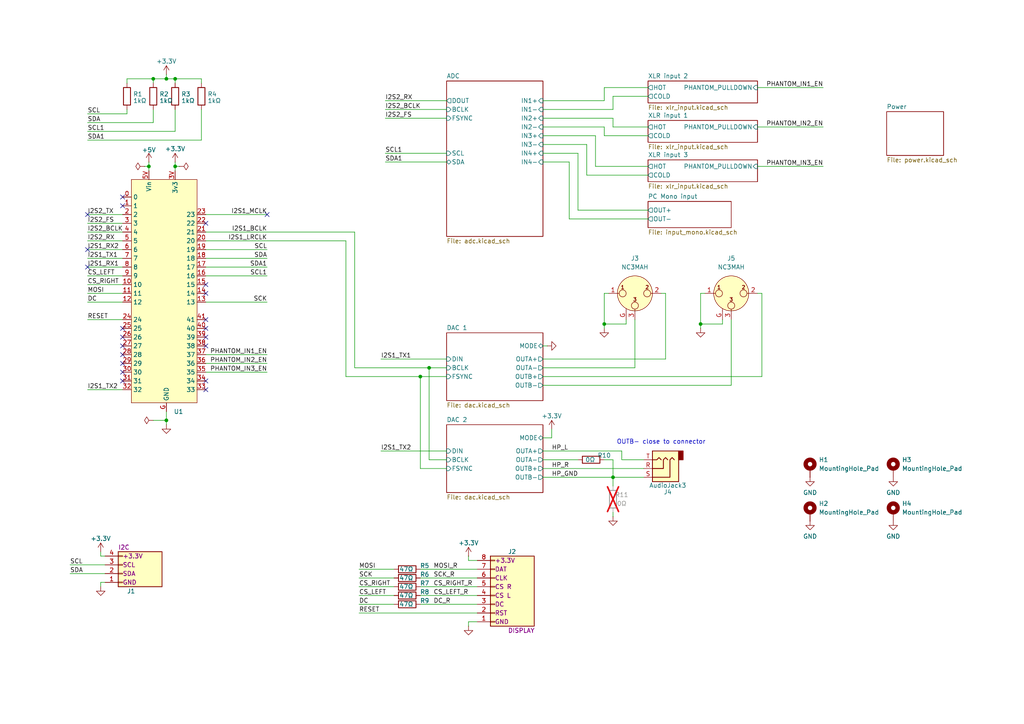
<source format=kicad_sch>
(kicad_sch (version 20250114) (generator "eeschema") (generator_version "9.0")
  (paper "A4")
  (title_block (title "FOSDEM audio V2") (rev "1") (comment 1 "3 balanced inputs, 2 balanced outputs, 1 mono line-in") (comment 3 "FOSDEM audio interface"))
  (lib_symbols
    (symbol "Connector_Audio:AudioJack3"
      (property "Reference" "J" (at 0 8.89 0))
      (property "Value" "AudioJack3" (at 0 6.35 0))
      (symbol "AudioJack3_0_1"
        (rectangle (start -5.08 -5.08) (end -6.35 -2.54) (stroke (width 0.254)) (fill (type outline)))
        (polyline (pts (xy -1.905 -2.54) (xy -1.27 -3.175) (xy -0.635 -2.54) (xy -0.635 0) (xy 2.54 0)) (stroke (width 0.254)))
        (polyline (pts (xy 0 -2.54) (xy 0.635 -3.175) (xy 1.27 -2.54) (xy 2.54 -2.54)) (stroke (width 0.254)))
        (rectangle (start 2.54 3.81) (end -5.08 -5.08) (stroke (width 0.254)) (fill (type background)))
        (polyline (pts (xy 2.54 2.54) (xy -2.54 2.54) (xy -2.54 -2.54) (xy -3.175 -3.175) (xy -3.81 -2.54)) (stroke (width 0.254)))
      )
      (symbol "AudioJack3_1_1"
        (pin passive line (at 5.08 2.54 180) (length 2.54) (name "~") (number "S"))
        (pin passive line (at 5.08 0 180) (length 2.54) (name "~") (number "R"))
        (pin passive line (at 5.08 -2.54 180) (length 2.54) (name "~") (number "T"))
      )
    )
    (symbol "Connector_Audio:NC3FAAH2" (pin_names (hide yes))
      (property "Reference" "J" (at 0 8.89 0))
      (property "Value" "NC3FAAH2" (at 0 6.35 0))
      (symbol "NC3FAAH2_0_1"
        (polyline (pts (xy -5.08 0) (xy -4.572 0)))
        (circle (center -3.556 0) (radius 1.016))
        (polyline (pts (xy -2.54 -5.08) (xy -2.54 -4.445)))
        (circle (center 0 0) (radius 5.08) (fill (type background)))
        (circle (center 0 -3.556) (radius 1.016))
        (polyline (pts (xy 0 -5.08) (xy 0 -4.572)))
        (circle (center 3.556 0) (radius 1.016))
        (polyline (pts (xy 5.08 0) (xy 4.572 0)))
        (text "1" (at -3.556 1.778 0) (effects (font (size 1.016 1.016) (bold yes))))
        (text "3" (at 0 -1.778 0) (effects (font (size 1.016 1.016) (bold yes))))
        (text "2" (at 3.556 1.778 0) (effects (font (size 1.016 1.016) (bold yes))))
        (pin passive line (at -7.62 0 0) (length 2.54) (name "~") (number "1"))
        (pin passive line (at 0 -7.62 90) (length 2.54) (name "~") (number "3"))
        (pin passive line (at 7.62 0 180) (length 2.54) (name "~") (number "2"))
      )
      (symbol "NC3FAAH2_1_1"
        (pin passive line (at -2.54 -7.62 90) (length 2.54) (name "~") (number "G"))
      )
    )
    (symbol "Device:R" (pin_numbers (hide yes)) (pin_names (offset 0))
      (property "Reference" "R" (at 2.032 0 90))
      (property "Value" "R" (at 0 0 90))
      (symbol "R_0_1"
        (rectangle (start -1.016 -2.54) (end 1.016 2.54) (stroke (width 0.254)))
      )
      (symbol "R_1_1"
        (pin passive line (at 0 3.81 270) (length 1.27) (name "~") (number "1"))
        (pin passive line (at 0 -3.81 90) (length 1.27) (name "~") (number "2"))
      )
    )
    (symbol "Mechanical:MountingHole_Pad" (pin_numbers (hide yes)) (pin_names (offset 1.016) (hide yes)) (in_bom no)
      (property "Reference" "H" (at 0 6.35 0))
      (property "Value" "MountingHole_Pad" (at 0 4.445 0))
      (symbol "MountingHole_Pad_0_1"
        (circle (center 0 1.27) (radius 1.27) (stroke (width 1.27)))
      )
      (symbol "MountingHole_Pad_1_1"
        (pin input line (at 0 -2.54 90) (length 2.54) (name "1") (number "1"))
      )
    )
    (symbol "conn:Conn_01x04" (pin_names (offset 1.016) (hide yes))
      (property "Reference" "J" (at 0 5.08 0))
      (property "Purpose Pin1" "PIN 1" (at 0 2.54 0))
      (property "Purpose Pin2" "PIN 2" (at 0 -2.54 0))
      (property "Purpose Pin3" "PIN 3" (at 0 0 0))
      (property "Purpose Pin4" "PIN 4" (at 0 -5.08 0))
      (property "Purpose" "Header" (at 7.62 5.08 0))
      (symbol "Conn_01x04_1_1"
        (rectangle (start -1.27 3.81) (end 11.43 -6.35) (stroke (width 0.254)) (fill (type background)))
        (rectangle (start -1.27 2.667) (end 0 2.413) (stroke (width 0.1524)))
        (rectangle (start -1.27 0.127) (end 0 -0.127) (stroke (width 0.1524)))
        (rectangle (start -1.27 -2.413) (end 0 -2.667) (stroke (width 0.1524)))
        (rectangle (start -1.27 -4.953) (end 0 -5.207) (stroke (width 0.1524)))
        (pin passive line (at -5.08 2.54 0) (length 3.81) (name "Pin_1") (number "1"))
        (pin passive line (at -5.08 0 0) (length 3.81) (name "Pin_2") (number "2"))
        (pin passive line (at -5.08 -2.54 0) (length 3.81) (name "Pin_3") (number "3"))
        (pin passive line (at -5.08 -5.08 0) (length 3.81) (name "Pin_4") (number "4"))
      )
    )
    (symbol "conn:Conn_01x08" (pin_names (offset 1.016) (hide yes))
      (property "Reference" "J" (at 0 5.08 0))
      (property "Purpose Pin1" "PIN 1" (at 0 2.54 0))
      (property "Purpose Pin2" "PIN 2" (at 0 0 0))
      (property "Purpose Pin3" "PIN 3" (at 0 -2.54 0))
      (property "Purpose Pin4" "PIN 4" (at 0 -5.08 0))
      (property "Purpose Pin5" "PIN 5" (at 0 -7.62 0))
      (property "Purpose Pin6" "PIN 6" (at 0 -10.16 0))
      (property "Purpose Pin7" "PIN 7" (at 0 -12.7 0))
      (property "Purpose Pin8" "PIN 8" (at 0 -15.24 0))
      (property "Purpose" "Header" (at 7.62 5.08 0))
      (symbol "Conn_01x08_1_1"
        (rectangle (start -1.27 3.81) (end 11.43 -16.51) (stroke (width 0.254)) (fill (type background)))
        (rectangle (start -1.27 2.667) (end 0 2.413) (stroke (width 0.1524)))
        (rectangle (start -1.27 0.127) (end 0 -0.127) (stroke (width 0.1524)))
        (rectangle (start -1.27 -2.413) (end 0 -2.667) (stroke (width 0.1524)))
        (rectangle (start -1.27 -4.953) (end 0 -5.207) (stroke (width 0.1524)))
        (rectangle (start -1.27 -7.493) (end 0 -7.747) (stroke (width 0.1524)))
        (rectangle (start -1.27 -10.033) (end 0 -10.287) (stroke (width 0.1524)))
        (rectangle (start -1.27 -12.573) (end 0 -12.827) (stroke (width 0.1524)))
        (rectangle (start -1.27 -15.113) (end 0 -15.367) (stroke (width 0.1524)))
        (pin passive line (at -5.08 2.54 0) (length 3.81) (name "Pin_1") (number "1"))
        (pin passive line (at -5.08 0 0) (length 3.81) (name "Pin_2") (number "2"))
        (pin passive line (at -5.08 -2.54 0) (length 3.81) (name "Pin_3") (number "3"))
        (pin passive line (at -5.08 -5.08 0) (length 3.81) (name "Pin_4") (number "4"))
        (pin passive line (at -5.08 -7.62 0) (length 3.81) (name "Pin_5") (number "5"))
        (pin passive line (at -5.08 -10.16 0) (length 3.81) (name "Pin_6") (number "6"))
        (pin passive line (at -5.08 -12.7 0) (length 3.81) (name "Pin_7") (number "7"))
        (pin passive line (at -5.08 -15.24 0) (length 3.81) (name "Pin_8") (number "8"))
      )
    )
    (symbol "extra:Teensy41"
      (property "Reference" "U4" (at 4.4959 -0.3081 0))
      (property "Value" "~" (at 0 0 0))
      (symbol "Teensy41_1_1"
        (rectangle (start -10.16 -1.27) (end 8.89 -66.04) (fill (type background)))
        (pin bidirectional line (at -12.7 -6.35 0) (length 2.54) (name "0") (number "0"))
        (pin bidirectional line (at -12.7 -8.89 0) (length 2.54) (name "1") (number "1"))
        (pin bidirectional line (at -12.7 -11.43 0) (length 2.54) (name "2") (number "2"))
        (pin bidirectional line (at -12.7 -13.97 0) (length 2.54) (name "3") (number "3"))
        (pin bidirectional line (at -12.7 -16.51 0) (length 2.54) (name "4") (number "4"))
        (pin bidirectional line (at -12.7 -19.05 0) (length 2.54) (name "5") (number "5"))
        (pin bidirectional line (at -12.7 -21.59 0) (length 2.54) (name "6") (number "6"))
        (pin bidirectional line (at -12.7 -24.13 0) (length 2.54) (name "7") (number "7"))
        (pin bidirectional line (at -12.7 -26.67 0) (length 2.54) (name "8") (number "8"))
        (pin bidirectional line (at -12.7 -29.21 0) (length 2.54) (name "9") (number "9"))
        (pin bidirectional line (at -12.7 -31.75 0) (length 2.54) (name "10") (number "10"))
        (pin bidirectional line (at -12.7 -34.29 0) (length 2.54) (name "11") (number "11"))
        (pin bidirectional line (at -12.7 -36.83 0) (length 2.54) (name "12") (number "12"))
        (pin bidirectional line (at -12.7 -41.91 0) (length 2.54) (name "24") (number "24"))
        (pin bidirectional line (at -12.7 -44.45 0) (length 2.54) (name "25") (number "25"))
        (pin bidirectional line (at -12.7 -46.99 0) (length 2.54) (name "26") (number "26"))
        (pin bidirectional line (at -12.7 -49.53 0) (length 2.54) (name "27") (number "27"))
        (pin bidirectional line (at -12.7 -52.07 0) (length 2.54) (name "28") (number "28"))
        (pin bidirectional line (at -12.7 -54.61 0) (length 2.54) (name "29") (number "29"))
        (pin bidirectional line (at -12.7 -57.15 0) (length 2.54) (name "30") (number "30"))
        (pin bidirectional line (at -12.7 -59.69 0) (length 2.54) (name "31") (number "31"))
        (pin bidirectional line (at -12.7 -62.23 0) (length 2.54) (name "32") (number "32"))
        (pin power_in line (at -5.08 1.27 270) (length 2.54) (name "Vin") (number "5V"))
        (pin power_in line (at 0 -68.58 90) (length 2.54) (name "GND") (number "G"))
        (pin power_in line (at 2.54 1.27 270) (length 2.54) (name "3v3") (number "3V"))
        (pin bidirectional line (at 11.43 -11.43 180) (length 2.54) (name "23") (number "23"))
        (pin bidirectional line (at 11.43 -13.97 180) (length 2.54) (name "22") (number "22"))
        (pin bidirectional line (at 11.43 -16.51 180) (length 2.54) (name "21") (number "21"))
        (pin bidirectional line (at 11.43 -19.05 180) (length 2.54) (name "20") (number "20"))
        (pin bidirectional line (at 11.43 -21.59 180) (length 2.54) (name "19") (number "19"))
        (pin bidirectional line (at 11.43 -24.13 180) (length 2.54) (name "18") (number "18"))
        (pin bidirectional line (at 11.43 -26.67 180) (length 2.54) (name "17") (number "17"))
        (pin bidirectional line (at 11.43 -29.21 180) (length 2.54) (name "16") (number "16"))
        (pin bidirectional line (at 11.43 -31.75 180) (length 2.54) (name "15") (number "15"))
        (pin bidirectional line (at 11.43 -34.29 180) (length 2.54) (name "14") (number "14"))
        (pin bidirectional line (at 11.43 -36.83 180) (length 2.54) (name "13") (number "13"))
        (pin bidirectional line (at 11.43 -41.91 180) (length 2.54) (name "41") (number "41"))
        (pin bidirectional line (at 11.43 -44.45 180) (length 2.54) (name "40") (number "40"))
        (pin bidirectional line (at 11.43 -46.99 180) (length 2.54) (name "39") (number "39"))
        (pin bidirectional line (at 11.43 -49.53 180) (length 2.54) (name "38") (number "38"))
        (pin bidirectional line (at 11.43 -52.07 180) (length 2.54) (name "37") (number "37"))
        (pin bidirectional line (at 11.43 -54.61 180) (length 2.54) (name "36") (number "36"))
        (pin bidirectional line (at 11.43 -57.15 180) (length 2.54) (name "35") (number "35"))
        (pin bidirectional line (at 11.43 -59.69 180) (length 2.54) (name "34") (number "34"))
        (pin bidirectional line (at 11.43 -62.23 180) (length 2.54) (name "33") (number "33"))
      )
    )
    (symbol "power:+3.3V" (power) (pin_numbers (hide yes)) (pin_names (offset 0) (hide yes))
      (property "Value" "+3.3V" (at 0 3.556 0))
      (symbol "+3.3V_0_1"
        (polyline (pts (xy -0.762 1.27) (xy 0 2.54)))
        (polyline (pts (xy 0 2.54) (xy 0.762 1.27)))
        (polyline (pts (xy 0 0) (xy 0 2.54)))
      )
      (symbol "+3.3V_1_1"
        (pin power_in line (at 0 0 90) (length 0) (name "~") (number "1"))
      )
    )
    (symbol "power:+5V" (power) (pin_numbers (hide yes)) (pin_names (offset 0) (hide yes))
      (property "Value" "+5V" (at 0 3.556 0))
      (symbol "+5V_0_1"
        (polyline (pts (xy -0.762 1.27) (xy 0 2.54)))
        (polyline (pts (xy 0 2.54) (xy 0.762 1.27)))
        (polyline (pts (xy 0 0) (xy 0 2.54)))
      )
      (symbol "+5V_1_1"
        (pin power_in line (at 0 0 90) (length 0) (name "~") (number "1"))
      )
    )
    (symbol "power:GND" (power) (pin_numbers (hide yes)) (pin_names (offset 0) (hide yes))
      (property "Value" "GND" (at 0 -3.81 0))
      (symbol "GND_0_1"
        (polyline (pts (xy 0 0) (xy 0 -1.27) (xy 1.27 -1.27) (xy 0 -2.54) (xy -1.27 -1.27) (xy 0 -1.27)))
      )
      (symbol "GND_1_1"
        (pin power_in line (at 0 0 270) (length 0) (name "~") (number "1"))
      )
    )
    (symbol "power:PWR_FLAG" (power) (pin_numbers (hide yes)) (pin_names (offset 0) (hide yes))
      (property "Value" "PWR_FLAG" (at 0 3.81 0))
      (symbol "PWR_FLAG_0_0"
        (pin power_out line (at 0 0 90) (length 0) (name "~") (number "1"))
      )
      (symbol "PWR_FLAG_0_1"
        (polyline (pts (xy 0 0) (xy 0 1.27) (xy -1.016 1.905) (xy 0 2.54) (xy 1.016 1.905) (xy 0 1.27)))
      )
    )
  )
  (text "OUTB- close to connector" (at 191.77 128.27 0) (effects (font (size 1.27 1.27))))
  (junction (at 43.18 48.26))
  (junction (at 48.26 22.86))
  (junction (at 121.92 109.22))
  (junction (at 203.2 93.98))
  (junction (at 50.8 48.26))
  (junction (at 44.45 22.86))
  (junction (at 177.8 138.43))
  (junction (at 175.26 93.98))
  (junction (at 50.8 22.86))
  (junction (at 124.46 106.68))
  (junction (at 48.26 121.92))
  (no_connect (at 35.56 110.49))
  (no_connect (at 59.69 97.79))
  (no_connect (at 35.56 97.79))
  (no_connect (at 35.56 59.69))
  (no_connect (at 25.4 62.23))
  (no_connect (at 35.56 105.41))
  (no_connect (at 59.69 100.33))
  (no_connect (at 59.69 82.55))
  (no_connect (at 25.4 72.39))
  (no_connect (at 59.69 110.49))
  (no_connect (at 35.56 57.15))
  (no_connect (at 35.56 100.33))
  (no_connect (at 35.56 95.25))
  (no_connect (at 59.69 64.77))
  (no_connect (at 77.47 62.23))
  (no_connect (at 59.69 113.03))
  (no_connect (at 59.69 92.71))
  (no_connect (at 35.56 107.95))
  (no_connect (at 59.69 95.25))
  (no_connect (at 59.69 85.09))
  (no_connect (at 35.56 102.87))
  (no_connect (at 25.4 77.47))
  (wire (pts (xy 181.61 92.71) (xy 181.61 93.98)))
  (wire (pts (xy 121.92 170.18) (xy 138.43 170.18)))
  (wire (pts (xy 170.18 50.8) (xy 170.18 41.91)))
  (wire (pts (xy 25.4 67.31) (xy 35.56 67.31)))
  (wire (pts (xy 104.14 172.72) (xy 114.3 172.72)))
  (wire (pts (xy 20.32 163.83) (xy 30.48 163.83)))
  (wire (pts (xy 177.8 31.75) (xy 177.8 27.94)))
  (wire (pts (xy 104.14 170.18) (xy 114.3 170.18)))
  (wire (pts (xy 25.4 35.56) (xy 44.45 35.56)))
  (wire (pts (xy 36.83 24.13) (xy 36.83 22.86)))
  (wire (pts (xy 25.4 38.1) (xy 50.8 38.1)))
  (wire (pts (xy 181.61 93.98) (xy 175.26 93.98)))
  (wire (pts (xy 175.26 133.35) (xy 177.8 133.35)))
  (wire (pts (xy 219.71 48.26) (xy 238.76 48.26)))
  (wire (pts (xy 157.48 106.68) (xy 184.15 106.68)))
  (wire (pts (xy 25.4 92.71) (xy 35.56 92.71)))
  (wire (pts (xy 187.96 50.8) (xy 170.18 50.8)))
  (wire (pts (xy 29.21 160.02) (xy 29.21 161.29)))
  (wire (pts (xy 25.4 77.47) (xy 35.56 77.47)))
  (wire (pts (xy 220.98 109.22) (xy 220.98 85.09)))
  (wire (pts (xy 180.34 133.35) (xy 186.69 133.35)))
  (wire (pts (xy 50.8 46.99) (xy 50.8 48.26)))
  (wire (pts (xy 172.72 48.26) (xy 187.96 48.26)))
  (wire (pts (xy 177.8 27.94) (xy 187.96 27.94)))
  (wire (pts (xy 59.69 107.95) (xy 77.47 107.95)))
  (wire (pts (xy 50.8 48.26) (xy 50.8 49.53)))
  (wire (pts (xy 111.76 46.99) (xy 129.54 46.99)))
  (wire (pts (xy 111.76 44.45) (xy 129.54 44.45)))
  (wire (pts (xy 175.26 93.98) (xy 175.26 95.25)))
  (wire (pts (xy 160.02 127) (xy 160.02 124.46)))
  (wire (pts (xy 220.98 85.09) (xy 219.71 85.09)))
  (wire (pts (xy 25.4 87.63) (xy 35.56 87.63)))
  (wire (pts (xy 157.48 46.99) (xy 165.1 46.99)))
  (wire (pts (xy 193.04 104.14) (xy 193.04 85.09)))
  (wire (pts (xy 59.69 67.31) (xy 102.87 67.31)))
  (wire (pts (xy 175.26 93.98) (xy 175.26 85.09)))
  (wire (pts (xy 175.26 39.37) (xy 187.96 39.37)))
  (wire (pts (xy 104.14 175.26) (xy 114.3 175.26)))
  (wire (pts (xy 177.8 138.43) (xy 186.69 138.43)))
  (wire (pts (xy 135.89 180.34) (xy 135.89 181.61)))
  (wire (pts (xy 157.48 100.33) (xy 158.75 100.33)))
  (wire (pts (xy 135.89 180.34) (xy 138.43 180.34)))
  (wire (pts (xy 177.8 148.59) (xy 177.8 149.86)))
  (wire (pts (xy 25.4 80.01) (xy 35.56 80.01)))
  (wire (pts (xy 59.69 72.39) (xy 77.47 72.39)))
  (wire (pts (xy 25.4 82.55) (xy 35.56 82.55)))
  (wire (pts (xy 219.71 25.4) (xy 238.76 25.4)))
  (wire (pts (xy 219.71 36.83) (xy 238.76 36.83)))
  (wire (pts (xy 25.4 40.64) (xy 58.42 40.64)))
  (wire (pts (xy 193.04 85.09) (xy 191.77 85.09)))
  (wire (pts (xy 29.21 168.91) (xy 29.21 170.18)))
  (wire (pts (xy 124.46 106.68) (xy 129.54 106.68)))
  (wire (pts (xy 111.76 29.21) (xy 129.54 29.21)))
  (wire (pts (xy 157.48 133.35) (xy 167.64 133.35)))
  (wire (pts (xy 177.8 34.29) (xy 177.8 36.83)))
  (wire (pts (xy 25.4 72.39) (xy 35.56 72.39)))
  (wire (pts (xy 48.26 121.92) (xy 48.26 123.19)))
  (wire (pts (xy 157.48 44.45) (xy 167.64 44.45)))
  (wire (pts (xy 121.92 167.64) (xy 138.43 167.64)))
  (wire (pts (xy 25.4 33.02) (xy 36.83 33.02)))
  (wire (pts (xy 157.48 29.21) (xy 175.26 29.21)))
  (wire (pts (xy 157.48 109.22) (xy 220.98 109.22)))
  (wire (pts (xy 167.64 60.96) (xy 187.96 60.96)))
  (wire (pts (xy 212.09 111.76) (xy 212.09 92.71)))
  (wire (pts (xy 135.89 162.56) (xy 138.43 162.56)))
  (wire (pts (xy 121.92 109.22) (xy 121.92 135.89)))
  (wire (pts (xy 203.2 93.98) (xy 203.2 85.09)))
  (wire (pts (xy 175.26 85.09) (xy 176.53 85.09)))
  (wire (pts (xy 25.4 74.93) (xy 35.56 74.93)))
  (wire (pts (xy 25.4 64.77) (xy 35.56 64.77)))
  (wire (pts (xy 157.48 36.83) (xy 175.26 36.83)))
  (wire (pts (xy 167.64 44.45) (xy 167.64 60.96)))
  (wire (pts (xy 157.48 41.91) (xy 170.18 41.91)))
  (wire (pts (xy 157.48 127) (xy 160.02 127)))
  (wire (pts (xy 111.76 34.29) (xy 129.54 34.29)))
  (wire (pts (xy 20.32 166.37) (xy 30.48 166.37)))
  (wire (pts (xy 102.87 106.68) (xy 124.46 106.68)))
  (wire (pts (xy 29.21 168.91) (xy 30.48 168.91)))
  (wire (pts (xy 135.89 161.29) (xy 135.89 162.56)))
  (wire (pts (xy 177.8 133.35) (xy 177.8 138.43)))
  (wire (pts (xy 50.8 22.86) (xy 58.42 22.86)))
  (wire (pts (xy 175.26 36.83) (xy 175.26 39.37)))
  (wire (pts (xy 44.45 22.86) (xy 48.26 22.86)))
  (wire (pts (xy 48.26 119.38) (xy 48.26 121.92)))
  (wire (pts (xy 172.72 39.37) (xy 172.72 48.26)))
  (wire (pts (xy 43.18 48.26) (xy 41.91 48.26)))
  (wire (pts (xy 48.26 21.59) (xy 48.26 22.86)))
  (wire (pts (xy 59.69 69.85) (xy 100.33 69.85)))
  (wire (pts (xy 102.87 67.31) (xy 102.87 106.68)))
  (wire (pts (xy 157.48 39.37) (xy 172.72 39.37)))
  (wire (pts (xy 43.18 48.26) (xy 43.18 49.53)))
  (wire (pts (xy 209.55 92.71) (xy 209.55 93.98)))
  (wire (pts (xy 59.69 80.01) (xy 77.47 80.01)))
  (wire (pts (xy 59.69 77.47) (xy 77.47 77.47)))
  (wire (pts (xy 165.1 63.5) (xy 187.96 63.5)))
  (wire (pts (xy 44.45 22.86) (xy 44.45 24.13)))
  (wire (pts (xy 29.21 161.29) (xy 30.48 161.29)))
  (wire (pts (xy 48.26 22.86) (xy 50.8 22.86)))
  (wire (pts (xy 157.48 104.14) (xy 193.04 104.14)))
  (wire (pts (xy 43.18 46.99) (xy 43.18 48.26)))
  (wire (pts (xy 124.46 133.35) (xy 124.46 106.68)))
  (wire (pts (xy 104.14 167.64) (xy 114.3 167.64)))
  (wire (pts (xy 157.48 34.29) (xy 177.8 34.29)))
  (wire (pts (xy 104.14 165.1) (xy 114.3 165.1)))
  (wire (pts (xy 44.45 31.75) (xy 44.45 35.56)))
  (wire (pts (xy 157.48 138.43) (xy 177.8 138.43)))
  (wire (pts (xy 58.42 22.86) (xy 58.42 24.13)))
  (wire (pts (xy 59.69 87.63) (xy 77.47 87.63)))
  (wire (pts (xy 100.33 109.22) (xy 121.92 109.22)))
  (wire (pts (xy 104.14 177.8) (xy 138.43 177.8)))
  (wire (pts (xy 59.69 102.87) (xy 77.47 102.87)))
  (wire (pts (xy 36.83 33.02) (xy 36.83 31.75)))
  (wire (pts (xy 175.26 29.21) (xy 175.26 25.4)))
  (wire (pts (xy 177.8 138.43) (xy 177.8 140.97)))
  (wire (pts (xy 121.92 172.72) (xy 138.43 172.72)))
  (wire (pts (xy 25.4 69.85) (xy 35.56 69.85)))
  (wire (pts (xy 58.42 31.75) (xy 58.42 40.64)))
  (wire (pts (xy 209.55 93.98) (xy 203.2 93.98)))
  (wire (pts (xy 50.8 22.86) (xy 50.8 24.13)))
  (wire (pts (xy 129.54 135.89) (xy 121.92 135.89)))
  (wire (pts (xy 59.69 62.23) (xy 77.47 62.23)))
  (wire (pts (xy 59.69 105.41) (xy 77.47 105.41)))
  (wire (pts (xy 59.69 74.93) (xy 77.47 74.93)))
  (wire (pts (xy 25.4 85.09) (xy 35.56 85.09)))
  (wire (pts (xy 203.2 85.09) (xy 204.47 85.09)))
  (wire (pts (xy 157.48 31.75) (xy 177.8 31.75)))
  (wire (pts (xy 25.4 62.23) (xy 35.56 62.23)))
  (wire (pts (xy 165.1 46.99) (xy 165.1 63.5)))
  (wire (pts (xy 180.34 130.81) (xy 180.34 133.35)))
  (wire (pts (xy 44.45 121.92) (xy 48.26 121.92)))
  (wire (pts (xy 100.33 69.85) (xy 100.33 109.22)))
  (wire (pts (xy 121.92 109.22) (xy 129.54 109.22)))
  (wire (pts (xy 203.2 95.25) (xy 203.2 93.98)))
  (wire (pts (xy 50.8 48.26) (xy 52.07 48.26)))
  (wire (pts (xy 111.76 31.75) (xy 129.54 31.75)))
  (wire (pts (xy 175.26 25.4) (xy 187.96 25.4)))
  (wire (pts (xy 110.49 104.14) (xy 129.54 104.14)))
  (wire (pts (xy 157.48 135.89) (xy 186.69 135.89)))
  (wire (pts (xy 121.92 165.1) (xy 138.43 165.1)))
  (wire (pts (xy 36.83 22.86) (xy 44.45 22.86)))
  (wire (pts (xy 110.49 130.81) (xy 129.54 130.81)))
  (wire (pts (xy 157.48 111.76) (xy 212.09 111.76)))
  (wire (pts (xy 121.92 175.26) (xy 138.43 175.26)))
  (wire (pts (xy 184.15 106.68) (xy 184.15 92.71)))
  (wire (pts (xy 157.48 130.81) (xy 180.34 130.81)))
  (wire (pts (xy 25.4 113.03) (xy 35.56 113.03)))
  (wire (pts (xy 50.8 31.75) (xy 50.8 38.1)))
  (wire (pts (xy 129.54 133.35) (xy 124.46 133.35)))
  (wire (pts (xy 177.8 36.83) (xy 187.96 36.83)))
  (label "PHANTOM_IN2_EN" (at 238.76 36.83 180))
  (label "MOSI" (at 25.4 85.09 0))
  (label "RESET" (at 25.4 92.71 0))
  (label "CS_LEFT" (at 104.14 172.72 0))
  (label "SDA" (at 20.32 166.37 0))
  (label "HP_GND" (at 160.02 138.43 0))
  (label "SDA1" (at 77.47 77.47 180))
  (label "PHANTOM_IN1_EN" (at 238.76 25.4 180))
  (label "SDA1" (at 111.76 46.99 0))
  (label "I2S2_FS" (at 25.4 64.77 0))
  (label "PHANTOM_IN3_EN" (at 77.47 107.95 180))
  (label "MOSI_R" (at 125.73 165.1 0))
  (label "I2S2_BCLK" (at 25.4 67.31 0))
  (label "I2S2_TX" (at 25.4 62.23 0))
  (label "I2S1_TX1" (at 110.49 104.14 0))
  (label "I2S1_LRCLK" (at 77.47 69.85 180))
  (label "I2S2_BCLK" (at 111.76 31.75 0))
  (label "HP_R" (at 160.02 135.89 0))
  (label "I2S1_TX2" (at 110.49 130.81 0))
  (label "CS_RIGHT" (at 25.4 82.55 0))
  (label "SDA" (at 25.4 35.56 0))
  (label "SCL1" (at 25.4 38.1 0))
  (label "SCL1" (at 77.47 80.01 180))
  (label "DC" (at 104.14 175.26 0))
  (label "I2S1_TX1" (at 25.4 74.93 0))
  (label "RESET" (at 104.14 177.8 0))
  (label "PHANTOM_IN2_EN" (at 77.47 105.41 180))
  (label "CS_RIGHT_R" (at 125.73 170.18 0))
  (label "HP_L" (at 160.02 130.81 0))
  (label "I2S2_FS" (at 111.76 34.29 0))
  (label "DC" (at 25.4 87.63 0))
  (label "I2S2_RX" (at 111.76 29.21 0))
  (label "DC_R" (at 125.73 175.26 0))
  (label "CS_LEFT_R" (at 125.73 172.72 0))
  (label "I2S1_TX2" (at 25.4 113.03 0))
  (label "PHANTOM_IN3_EN" (at 238.76 48.26 180))
  (label "SCL1" (at 111.76 44.45 0))
  (label "SDA1" (at 25.4 40.64 0))
  (label "I2S1_RX2" (at 25.4 72.39 0))
  (label "PHANTOM_IN1_EN" (at 77.47 102.87 180))
  (label "I2S1_RX1" (at 25.4 77.47 0))
  (label "SCK" (at 104.14 167.64 0))
  (label "SCL" (at 25.4 33.02 0))
  (label "SCL" (at 20.32 163.83 0))
  (label "MOSI" (at 104.14 165.1 0))
  (label "I2S1_BCLK" (at 77.47 67.31 180))
  (label "SCL" (at 77.47 72.39 180))
  (label "SCK_R" (at 125.73 167.64 0))
  (label "I2S1_MCLK" (at 77.47 62.23 180))
  (label "SDA" (at 77.47 74.93 180))
  (label "I2S2_RX" (at 25.4 69.85 0))
  (label "CS_LEFT" (at 25.4 80.01 0))
  (label "SCK" (at 77.47 87.63 180))
  (label "CS_RIGHT" (at 104.14 170.18 0))
  (symbol (lib_id "Mechanical:MountingHole_Pad") (at 259.08 135.89 0) (unit 1) (exclude_from_sim yes) (in_bom no)
    (property "Reference" "H3" (at 261.62 133.3499 0) (effects (justify left)))
    (property "Value" "MountingHole_Pad" (at 261.62 135.8899 0) (effects (justify left)))
    (property "Footprint" "MountingHole:MountingHole_3.2mm_M3_Pad_Via" (effects (hide yes)))
    (property "Description" "Mounting Hole with connection" (effects (hide yes)))
  )
  (symbol (lib_id "power:GND") (at 177.8 149.86 0) (unit 1)
    (property "Reference" "#PWR012" (effects (hide yes)))
    (property "Value" "GND" (effects (hide yes)))
  )
  (symbol (lib_id "conn:Conn_01x04") (at 35.56 166.37 0) (mirror x) (unit 1)
    (property "Reference" "J1" (at 36.83 171.45 0) (effects (justify left)))
    (property "Value" "Header_01x04" (effects (hide yes)))
    (property "Footprint" "conn:PinHeader_1x04_P2.54mm_Vertical" (effects (hide yes)))
    (property "Description" "Generic connector, single row, 01x04, script generated (kicad-library-utils/schlib/autogen/connector/)" (effects (hide yes)))
    (property "Purpose Pin1" "GND" (at 35.56 168.91 0) (effects (justify left)))
    (property "Purpose Pin2" "SCL" (at 35.56 163.83 0) (effects (justify left)))
    (property "Purpose Pin3" "SDA" (at 35.56 166.37 0) (effects (justify left)))
    (property "Purpose Pin4" "+3.3V" (at 35.56 161.29 0) (effects (justify left)))
    (property "Purpose" "I2C" (at 34.29 158.75 0) (effects (justify left)))
    (property "MPN" "PinHeader_01x04" (effects (hide yes)))
  )
  (symbol (lib_id "Device:R") (at 44.45 27.94 0) (unit 1)
    (property "Reference" "R2" (at 46.228 27.2963 0) (effects (justify left)))
    (property "Value" "1kΩ" (at 46.228 29.2173 0) (effects (justify left)))
    (property "Footprint" "Resistor_SMD:R_0805_2012Metric" (effects (hide yes)))
    (property "MPN" "R 1kΩ 125mW 1% 0805" (effects (hide yes)))
  )
  (symbol (lib_id "power:GND") (at 259.08 138.43 0) (unit 1)
    (property "Reference" "#PWR016" (effects (hide yes)))
    (property "Value" "GND" (at 259.08 142.8734 0))
  )
  (symbol (lib_id "conn:Conn_01x08") (at 143.51 177.8 0) (mirror x) (unit 1)
    (property "Reference" "J2" (at 147.32 160.02 0) (effects (justify left)))
    (property "Value" "MTA100_08" (effects (hide yes)))
    (property "Footprint" "Connector_MTA-100:mta100_01x8_P2.54_647050-8" (effects (hide yes)))
    (property "Description" "Generic connector, single row, 01x06, script generated (kicad-library-utils/schlib/autogen/connector/)" (effects (hide yes)))
    (property "Purpose Pin1" "GND" (at 143.51 180.34 0) (effects (justify left)))
    (property "Purpose Pin2" "RST" (at 143.51 177.8 0) (effects (justify left)))
    (property "Purpose Pin3" "DC" (at 143.51 175.26 0) (effects (justify left)))
    (property "Purpose Pin4" "CS L" (at 143.51 172.72 0) (effects (justify left)))
    (property "Purpose Pin5" "CS R" (at 143.51 170.18 0) (effects (justify left)))
    (property "Purpose Pin6" "CLK" (at 143.51 167.64 0) (effects (justify left)))
    (property "Purpose Pin7" "DAT" (at 143.51 165.1 0) (effects (justify left)))
    (property "Purpose Pin8" "+3.3V" (at 143.51 162.56 0) (effects (justify left)))
    (property "Purpose" "DISPLAY" (at 147.32 182.88 0) (effects (justify left)))
    (property "MPN" "640456-8" (effects (hide yes)))
  )
  (symbol (lib_id "power:+3.3V") (at 48.26 21.59 0) (unit 1)
    (property "Reference" "#PWR04" (effects (hide yes)))
    (property "Value" "+3.3V" (at 48.26 17.78 0))
    (property "Description" "Power symbol creates a global label with name \"+3.3V\"" (effects (hide yes)))
  )
  (symbol (lib_id "Device:R") (at 36.83 27.94 0) (unit 1)
    (property "Reference" "R1" (at 38.608 27.2963 0) (effects (justify left)))
    (property "Value" "1kΩ" (at 38.608 29.2173 0) (effects (justify left)))
    (property "Footprint" "Resistor_SMD:R_0805_2012Metric" (effects (hide yes)))
    (property "MPN" "R 1kΩ 125mW 1% 0805" (effects (hide yes)))
  )
  (symbol (lib_id "Device:R") (at 118.11 165.1 90) (unit 1)
    (property "Reference" "R5" (at 123.19 164.084 90))
    (property "Value" "47Ω" (at 117.856 165.1 90))
    (property "Footprint" "Resistor_SMD:R_0805_2012Metric" (effects (hide yes)))
    (property "Description" "Resistor" (effects (hide yes)))
    (property "MPN" "R 47Ω 125mW 1% 0805" (effects (hide yes)))
  )
  (symbol (lib_id "power:GND") (at 158.75 100.33 90) (unit 1)
    (property "Reference" "#PWR09" (effects (hide yes)))
    (property "Value" "GND" (effects (hide yes)))
    (property "Description" "Power symbol creates a global label with name \"GND\" , ground" (effects (hide yes)))
  )
  (symbol (lib_id "Device:R") (at 58.42 27.94 0) (unit 1)
    (property "Reference" "R4" (at 60.198 27.2963 0) (effects (justify left)))
    (property "Value" "1kΩ" (at 60.198 29.2173 0) (effects (justify left)))
    (property "Footprint" "Resistor_SMD:R_0805_2012Metric" (effects (hide yes)))
    (property "MPN" "R 1kΩ 125mW 1% 0805" (effects (hide yes)))
  )
  (symbol (lib_id "power:GND") (at 135.89 181.61 0) (unit 1)
    (property "Reference" "#PWR08" (effects (hide yes)))
    (property "Value" "GND" (effects (hide yes)))
  )
  (symbol (lib_id "power:GND") (at 259.08 151.13 0) (unit 1)
    (property "Reference" "#PWR017" (effects (hide yes)))
    (property "Value" "GND" (at 259.08 155.5734 0))
  )
  (symbol (lib_id "power:GND") (at 175.26 95.25 0) (unit 1)
    (property "Reference" "#PWR011" (effects (hide yes)))
    (property "Value" "GND" (effects (hide yes)))
    (property "Description" "Power symbol creates a global label with name \"GND\" , ground" (effects (hide yes)))
  )
  (symbol (lib_id "Connector_Audio:AudioJack3") (at 191.77 135.89 180) (unit 1)
    (property "Reference" "J4" (at 193.675 142.7099 0))
    (property "Value" "AudioJack3" (at 193.675 140.7889 0))
    (property "Footprint" "conn:Jack_3.5mm_CUI_SJ1-3533NG_Horizontal_CircularHoles" (effects (hide yes)))
    (property "Datasheet" "https://nl.mouser.com/datasheet/2/670/sj1_353xng-1778850.pdf" (effects (hide yes)))
    (property "MPN" "490-SJ1-3533NG" (effects (hide yes)))
    (property "Purpose" "Internal mono in" (effects (hide yes)))
  )
  (symbol (lib_id "power:PWR_FLAG") (at 44.45 121.92 90) (unit 1)
    (property "Reference" "#FLG02" (effects (hide yes)))
    (property "Value" "PWR_FLAG" (effects (hide yes)))
    (property "Description" "Special symbol for telling ERC where power comes from" (effects (hide yes)))
  )
  (symbol (lib_id "power:GND") (at 234.95 151.13 0) (unit 1)
    (property "Reference" "#PWR015" (effects (hide yes)))
    (property "Value" "GND" (at 234.95 155.5734 0))
  )
  (symbol (lib_id "power:PWR_FLAG") (at 41.91 48.26 90) (unit 1)
    (property "Reference" "#FLG01" (effects (hide yes)))
    (property "Value" "PWR_FLAG" (effects (hide yes)))
    (property "Description" "Special symbol for telling ERC where power comes from" (effects (hide yes)))
  )
  (symbol (lib_id "Device:R") (at 118.11 172.72 90) (unit 1)
    (property "Reference" "R8" (at 123.19 171.704 90))
    (property "Value" "47Ω" (at 117.856 172.72 90))
    (property "Footprint" "Resistor_SMD:R_0805_2012Metric" (effects (hide yes)))
    (property "Description" "Resistor" (effects (hide yes)))
    (property "MPN" "R 47Ω 125mW 1% 0805" (effects (hide yes)))
  )
  (symbol (lib_id "power:+3.3V") (at 50.8 46.99 0) (unit 1)
    (property "Reference" "#PWR06" (effects (hide yes)))
    (property "Value" "+3.3V" (at 50.8 43.18 0))
    (property "Description" "Power symbol creates a global label with name \"+3.3V\"" (effects (hide yes)))
  )
  (symbol (lib_id "power:PWR_FLAG") (at 52.07 48.26 270) (unit 1)
    (property "Reference" "#FLG03" (effects (hide yes)))
    (property "Value" "PWR_FLAG" (effects (hide yes)))
    (property "Description" "Special symbol for telling ERC where power comes from" (effects (hide yes)))
  )
  (symbol (lib_id "Device:R") (at 118.11 167.64 90) (unit 1)
    (property "Reference" "R6" (at 123.19 166.624 90))
    (property "Value" "47Ω" (at 117.856 167.64 90))
    (property "Footprint" "Resistor_SMD:R_0805_2012Metric" (effects (hide yes)))
    (property "Description" "Resistor" (effects (hide yes)))
    (property "MPN" "R 47Ω 125mW 1% 0805" (effects (hide yes)))
  )
  (symbol (lib_id "Device:R") (at 171.45 133.35 90) (unit 1)
    (property "Reference" "R10" (at 175.26 132.08 90))
    (property "Value" "0Ω" (at 171.196 133.35 90))
    (property "Footprint" "Resistor_SMD:R_0805_2012Metric" (effects (hide yes)))
    (property "Description" "Resistor" (effects (hide yes)))
    (property "MPN" "R 0Ω 125mW 1% 0805" (effects (hide yes)))
  )
  (symbol (lib_id "power:+5V") (at 43.18 46.99 0) (unit 1)
    (property "Reference" "#PWR03" (effects (hide yes)))
    (property "Value" "+5V" (at 43.18 43.4881 0))
  )
  (symbol (lib_id "power:+3.3V") (at 29.21 160.02 0) (unit 1)
    (property "Reference" "#PWR01" (effects (hide yes)))
    (property "Value" "+3.3V" (at 29.21 156.21 0))
    (property "Description" "Power symbol creates a global label with name \"+3.3V\"" (effects (hide yes)))
  )
  (symbol (lib_id "Device:R") (at 118.11 175.26 90) (unit 1)
    (property "Reference" "R9" (at 123.19 174.244 90))
    (property "Value" "47Ω" (at 117.856 175.26 90))
    (property "Footprint" "Resistor_SMD:R_0805_2012Metric" (effects (hide yes)))
    (property "Description" "Resistor" (effects (hide yes)))
    (property "MPN" "R 47Ω 125mW 1% 0805" (effects (hide yes)))
  )
  (symbol (lib_id "Device:R") (at 50.8 27.94 0) (unit 1)
    (property "Reference" "R3" (at 52.578 27.2963 0) (effects (justify left)))
    (property "Value" "1kΩ" (at 52.578 29.2173 0) (effects (justify left)))
    (property "Footprint" "Resistor_SMD:R_0805_2012Metric" (effects (hide yes)))
    (property "MPN" "R 1kΩ 125mW 1% 0805" (effects (hide yes)))
  )
  (symbol (lib_id "power:GND") (at 203.2 95.25 0) (unit 1)
    (property "Reference" "#PWR013" (effects (hide yes)))
    (property "Value" "GND" (effects (hide yes)))
    (property "Description" "Power symbol creates a global label with name \"GND\" , ground" (effects (hide yes)))
  )
  (symbol (lib_id "power:GND") (at 29.21 170.18 0) (unit 1)
    (property "Reference" "#PWR02" (effects (hide yes)))
    (property "Value" "GND" (effects (hide yes)))
  )
  (symbol (lib_id "extra:Teensy41") (at 48.26 50.8 0) (unit 1)
    (property "Reference" "U1" (at 50.4033 119.38 0) (effects (justify left)))
    (property "Value" "Teensy 4.1" (effects (hide yes)))
    (property "Footprint" "extra:Teensy41" (effects (hide yes)))
    (property "MPN" "2x PinSocket_1x24" (effects (hide yes)))
  )
  (symbol (lib_id "Device:R") (at 118.11 170.18 90) (unit 1)
    (property "Reference" "R7" (at 123.19 169.164 90))
    (property "Value" "47Ω" (at 117.856 170.18 90))
    (property "Footprint" "Resistor_SMD:R_0805_2012Metric" (effects (hide yes)))
    (property "Description" "Resistor" (effects (hide yes)))
    (property "MPN" "R 47Ω 125mW 1% 0805" (effects (hide yes)))
  )
  (symbol (lib_id "power:GND") (at 234.95 138.43 0) (unit 1)
    (property "Reference" "#PWR014" (effects (hide yes)))
    (property "Value" "GND" (at 234.95 142.8734 0))
  )
  (symbol (lib_id "Connector_Audio:NC3FAAH2") (at 212.09 85.09 0) (unit 1)
    (property "Reference" "J5" (at 212.09 74.93 0))
    (property "Value" "NC3MAH" (at 212.09 77.47 0))
    (property "Footprint" "conn:Jack_XLR_Neutrik_NC3MAH_Horizontal" (effects (hide yes)))
    (property "Datasheet" "https://www.neutrik.com/en/product/nc3faah2" (effects (hide yes)))
    (property "Description" "AA Series, 3 pole female XLR receptacle, grounding: separate ground contact to mating connector shell and front panel, horizontal PCB mount" (effects (hide yes)))
    (property "MPN" "NC3MAH" (effects (hide yes)))
  )
  (symbol (lib_id "Device:R") (at 177.8 144.78 180) (unit 1) (dnp yes)
    (property "Reference" "R11" (at 180.34 143.51 0))
    (property "Value" "0Ω" (at 180.34 146.05 0))
    (property "Footprint" "Resistor_SMD:R_0805_2012Metric" (effects (hide yes)))
    (property "Description" "Resistor" (effects (hide yes)))
    (property "MPN" "R 0Ω 125mW 1% 0805" (effects (hide yes)))
  )
  (symbol (lib_id "Mechanical:MountingHole_Pad") (at 234.95 135.89 0) (unit 1) (exclude_from_sim yes) (in_bom no)
    (property "Reference" "H1" (at 237.49 133.3499 0) (effects (justify left)))
    (property "Value" "MountingHole_Pad" (at 237.49 135.8899 0) (effects (justify left)))
    (property "Footprint" "MountingHole:MountingHole_3.2mm_M3_Pad_Via" (effects (hide yes)))
    (property "Description" "Mounting Hole with connection" (effects (hide yes)))
  )
  (symbol (lib_id "power:+3.3V") (at 160.02 124.46 0) (unit 1)
    (property "Reference" "#PWR010" (effects (hide yes)))
    (property "Value" "+3.3V" (at 160.02 120.65 0))
    (property "Description" "Power symbol creates a global label with name \"+3.3V\"" (effects (hide yes)))
  )
  (symbol (lib_id "Mechanical:MountingHole_Pad") (at 234.95 148.59 0) (unit 1) (exclude_from_sim yes) (in_bom no)
    (property "Reference" "H2" (at 237.49 146.0499 0) (effects (justify left)))
    (property "Value" "MountingHole_Pad" (at 237.49 148.5899 0) (effects (justify left)))
    (property "Footprint" "MountingHole:MountingHole_3.2mm_M3_Pad_Via" (effects (hide yes)))
    (property "Description" "Mounting Hole with connection" (effects (hide yes)))
  )
  (symbol (lib_id "power:GND") (at 48.26 123.19 0) (unit 1)
    (property "Reference" "#PWR05" (effects (hide yes)))
    (property "Value" "GND" (effects (hide yes)))
  )
  (symbol (lib_id "Connector_Audio:NC3FAAH2") (at 184.15 85.09 0) (unit 1)
    (property "Reference" "J3" (at 184.15 74.93 0))
    (property "Value" "NC3MAH" (at 184.15 77.47 0))
    (property "Footprint" "conn:Jack_XLR_Neutrik_NC3MAH_Horizontal" (effects (hide yes)))
    (property "Datasheet" "https://www.neutrik.com/en/product/nc3faah2" (effects (hide yes)))
    (property "Description" "AA Series, 3 pole female XLR receptacle, grounding: separate ground contact to mating connector shell and front panel, horizontal PCB mount" (effects (hide yes)))
    (property "MPN" "NC3MAH" (effects (hide yes)))
  )
  (symbol (lib_id "Mechanical:MountingHole_Pad") (at 259.08 148.59 0) (unit 1) (exclude_from_sim yes) (in_bom no)
    (property "Reference" "H4" (at 261.62 146.0499 0) (effects (justify left)))
    (property "Value" "MountingHole_Pad" (at 261.62 148.5899 0) (effects (justify left)))
    (property "Footprint" "MountingHole:MountingHole_3.2mm_M3_Pad_Via" (effects (hide yes)))
    (property "Description" "Mounting Hole with connection" (effects (hide yes)))
  )
  (symbol (lib_id "power:+3.3V") (at 135.89 161.29 0) (unit 1)
    (property "Reference" "#PWR07" (effects (hide yes)))
    (property "Value" "+3.3V" (at 135.89 157.48 0))
    (property "Description" "Power symbol creates a global label with name \"+3.3V\"" (effects (hide yes)))
  )
  (sheet (at 257.175 32.385) (size 16.51 12.7) (stroke (width 0.1524))
    (property "Sheetname" "Power" (at 257.175 31.6734 0) (effects (justify left bottom)))
    (property "Sheetfile" "power.kicad_sch" (at 257.175 45.6696 0) (effects (justify left top)))
  )
  (sheet (at 187.96 46.355) (size 31.75 6.35) (stroke (width 0.1524))
    (property "Sheetname" "XLR input 3" (at 187.96 45.6434 0) (effects (justify left bottom)))
    (property "Sheetfile" "xlr_input.kicad_sch" (at 187.96 53.2896 0) (effects (justify left top)))
    (pin "COLD" output (at 187.96 50.8 180))
    (pin "HOT" output (at 187.96 48.26 180))
    (pin "PHANTOM_PULLDOWN" input (at 219.71 48.26 0))
  )
  (sheet (at 187.96 23.495) (size 31.75 6.35) (stroke (width 0.1524))
    (property "Sheetname" "XLR input 2" (at 187.96 22.7834 0) (effects (justify left bottom)))
    (property "Sheetfile" "xlr_input.kicad_sch" (at 187.96 30.4296 0) (effects (justify left top)))
    (pin "COLD" output (at 187.96 27.94 180))
    (pin "HOT" output (at 187.96 25.4 180))
    (pin "PHANTOM_PULLDOWN" input (at 219.71 25.4 0))
  )
  (sheet (at 187.96 34.925) (size 31.75 6.35) (stroke (width 0.1524))
    (property "Sheetname" "XLR input 1" (at 187.96 34.2134 0) (effects (justify left bottom)))
    (property "Sheetfile" "xlr_input.kicad_sch" (at 187.96 41.8596 0) (effects (justify left top)))
    (pin "COLD" output (at 187.96 39.37 180))
    (pin "HOT" output (at 187.96 36.83 180))
    (pin "PHANTOM_PULLDOWN" input (at 219.71 36.83 0))
  )
  (sheet (at 129.54 123.19) (size 27.94 19.685) (stroke (width 0.1524))
    (property "Sheetname" "DAC 2" (at 129.54 122.4784 0) (effects (justify left bottom)))
    (property "Sheetfile" "dac.kicad_sch" (at 129.54 143.4596 0) (effects (justify left top)))
    (pin "BCLK" input (at 129.54 133.35 180))
    (pin "DIN" input (at 129.54 130.81 180))
    (pin "FSYNC" input (at 129.54 135.89 180))
    (pin "MODE" bidirectional (at 157.48 127 0))
    (pin "OUTA+" output (at 157.48 130.81 0))
    (pin "OUTA-" output (at 157.48 133.35 0))
    (pin "OUTB+" output (at 157.48 135.89 0))
    (pin "OUTB-" output (at 157.48 138.43 0))
  )
  (sheet (at 187.96 58.42) (size 24.13 7.62) (stroke (width 0.1524))
    (property "Sheetname" "PC Mono input" (at 187.96 57.7084 0) (effects (justify left bottom)))
    (property "Sheetfile" "input_mono.kicad_sch" (at 187.96 66.6246 0) (effects (justify left top)))
    (pin "OUT+" output (at 187.96 60.96 180))
    (pin "OUT-" output (at 187.96 63.5 180))
  )
  (sheet (at 129.54 96.52) (size 27.94 19.685) (stroke (width 0.1524))
    (property "Sheetname" "DAC 1" (at 129.54 95.8084 0) (effects (justify left bottom)))
    (property "Sheetfile" "dac.kicad_sch" (at 129.54 116.7896 0) (effects (justify left top)))
    (pin "BCLK" input (at 129.54 106.68 180))
    (pin "DIN" input (at 129.54 104.14 180))
    (pin "FSYNC" input (at 129.54 109.22 180))
    (pin "MODE" bidirectional (at 157.48 100.33 0))
    (pin "OUTA+" output (at 157.48 104.14 0))
    (pin "OUTA-" output (at 157.48 106.68 0))
    (pin "OUTB+" output (at 157.48 109.22 0))
    (pin "OUTB-" output (at 157.48 111.76 0))
  )
  (sheet (at 129.54 23.495) (size 27.94 45.085) (stroke (width 0.1524))
    (property "Sheetname" "ADC" (at 129.54 22.7834 0) (effects (justify left bottom)))
    (property "Sheetfile" "adc.kicad_sch" (at 129.54 69.1646 0) (effects (justify left top)))
    (pin "BCLK" input (at 129.54 31.75 180))
    (pin "DOUT" output (at 129.54 29.21 180))
    (pin "FSYNC" input (at 129.54 34.29 180))
    (pin "IN1+" input (at 157.48 29.21 0))
    (pin "IN1-" input (at 157.48 31.75 0))
    (pin "IN2+" input (at 157.48 34.29 0))
    (pin "IN2-" input (at 157.48 36.83 0))
    (pin "IN3+" input (at 157.48 39.37 0))
    (pin "IN3-" input (at 157.48 41.91 0))
    (pin "IN4+" input (at 157.48 44.45 0))
    (pin "IN4-" input (at 157.48 46.99 0))
    (pin "SCL" input (at 129.54 44.45 180))
    (pin "SDA" bidirectional (at 129.54 46.99 180))
  )
)
</source>
